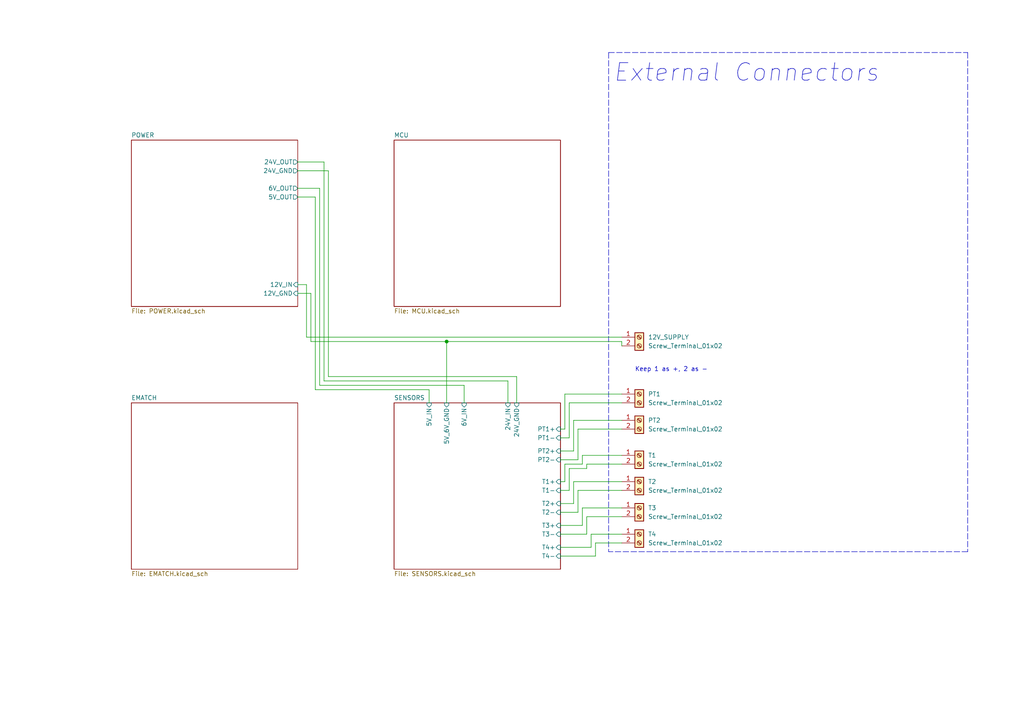
<source format=kicad_sch>
(kicad_sch (version 20211123) (generator eeschema)

  (uuid e056f631-bf57-4c4e-8ebf-23c862166e50)

  (paper "A4")

  (title_block
    (rev "1.0")
  )

  (lib_symbols
    (symbol "Connector:Screw_Terminal_01x02" (pin_names (offset 1.016) hide) (in_bom yes) (on_board yes)
      (property "Reference" "J" (id 0) (at 0 2.54 0)
        (effects (font (size 1.27 1.27)))
      )
      (property "Value" "Screw_Terminal_01x02" (id 1) (at 0 -5.08 0)
        (effects (font (size 1.27 1.27)))
      )
      (property "Footprint" "" (id 2) (at 0 0 0)
        (effects (font (size 1.27 1.27)) hide)
      )
      (property "Datasheet" "~" (id 3) (at 0 0 0)
        (effects (font (size 1.27 1.27)) hide)
      )
      (property "ki_keywords" "screw terminal" (id 4) (at 0 0 0)
        (effects (font (size 1.27 1.27)) hide)
      )
      (property "ki_description" "Generic screw terminal, single row, 01x02, script generated (kicad-library-utils/schlib/autogen/connector/)" (id 5) (at 0 0 0)
        (effects (font (size 1.27 1.27)) hide)
      )
      (property "ki_fp_filters" "TerminalBlock*:*" (id 6) (at 0 0 0)
        (effects (font (size 1.27 1.27)) hide)
      )
      (symbol "Screw_Terminal_01x02_1_1"
        (rectangle (start -1.27 1.27) (end 1.27 -3.81)
          (stroke (width 0.254) (type default) (color 0 0 0 0))
          (fill (type background))
        )
        (circle (center 0 -2.54) (radius 0.635)
          (stroke (width 0.1524) (type default) (color 0 0 0 0))
          (fill (type none))
        )
        (polyline
          (pts
            (xy -0.5334 -2.2098)
            (xy 0.3302 -3.048)
          )
          (stroke (width 0.1524) (type default) (color 0 0 0 0))
          (fill (type none))
        )
        (polyline
          (pts
            (xy -0.5334 0.3302)
            (xy 0.3302 -0.508)
          )
          (stroke (width 0.1524) (type default) (color 0 0 0 0))
          (fill (type none))
        )
        (polyline
          (pts
            (xy -0.3556 -2.032)
            (xy 0.508 -2.8702)
          )
          (stroke (width 0.1524) (type default) (color 0 0 0 0))
          (fill (type none))
        )
        (polyline
          (pts
            (xy -0.3556 0.508)
            (xy 0.508 -0.3302)
          )
          (stroke (width 0.1524) (type default) (color 0 0 0 0))
          (fill (type none))
        )
        (circle (center 0 0) (radius 0.635)
          (stroke (width 0.1524) (type default) (color 0 0 0 0))
          (fill (type none))
        )
        (pin passive line (at -5.08 0 0) (length 3.81)
          (name "Pin_1" (effects (font (size 1.27 1.27))))
          (number "1" (effects (font (size 1.27 1.27))))
        )
        (pin passive line (at -5.08 -2.54 0) (length 3.81)
          (name "Pin_2" (effects (font (size 1.27 1.27))))
          (number "2" (effects (font (size 1.27 1.27))))
        )
      )
    )
  )

  (junction (at 129.54 99.06) (diameter 0) (color 0 0 0 0)
    (uuid fc848cc7-9b8e-4291-a675-55d23b72abe7)
  )

  (wire (pts (xy 147.32 110.49) (xy 93.98 110.49))
    (stroke (width 0) (type default) (color 0 0 0 0))
    (uuid 002631a0-c495-44c7-a115-93fdefc45529)
  )
  (wire (pts (xy 129.54 99.06) (xy 129.54 116.84))
    (stroke (width 0) (type default) (color 0 0 0 0))
    (uuid 0705aacb-94e9-49ac-b73b-7663778503e1)
  )
  (wire (pts (xy 172.72 157.48) (xy 180.34 157.48))
    (stroke (width 0) (type default) (color 0 0 0 0))
    (uuid 127adaf8-9d3d-430f-8bbe-b49ce063a27a)
  )
  (wire (pts (xy 166.37 121.92) (xy 166.37 130.81))
    (stroke (width 0) (type default) (color 0 0 0 0))
    (uuid 13ede771-7fe1-4588-8afd-c9d3e7c5fcdb)
  )
  (wire (pts (xy 91.44 113.03) (xy 124.46 113.03))
    (stroke (width 0) (type default) (color 0 0 0 0))
    (uuid 1bd6c5b6-b678-4f3e-a201-3800276810f9)
  )
  (wire (pts (xy 180.34 154.94) (xy 171.45 154.94))
    (stroke (width 0) (type default) (color 0 0 0 0))
    (uuid 1cacf75e-89fd-4c91-8203-88b23ced3e34)
  )
  (wire (pts (xy 165.1 116.84) (xy 165.1 127))
    (stroke (width 0) (type default) (color 0 0 0 0))
    (uuid 1f912b9d-0850-4688-8c53-85d5ded532ec)
  )
  (wire (pts (xy 92.71 111.76) (xy 92.71 54.61))
    (stroke (width 0) (type default) (color 0 0 0 0))
    (uuid 22e408d6-d227-4ba9-9013-5e73e4accbf7)
  )
  (wire (pts (xy 167.64 133.35) (xy 162.56 133.35))
    (stroke (width 0) (type default) (color 0 0 0 0))
    (uuid 251abd4c-1dc5-499b-af88-ec4525753dc4)
  )
  (wire (pts (xy 163.83 134.62) (xy 168.91 134.62))
    (stroke (width 0) (type default) (color 0 0 0 0))
    (uuid 2b72618f-d60a-4346-9886-b7c80a4285ad)
  )
  (wire (pts (xy 170.18 134.62) (xy 170.18 135.89))
    (stroke (width 0) (type default) (color 0 0 0 0))
    (uuid 2dba341c-2f84-45c8-a5c1-e97edab03d4d)
  )
  (wire (pts (xy 91.44 57.15) (xy 91.44 113.03))
    (stroke (width 0) (type default) (color 0 0 0 0))
    (uuid 2e665036-3b91-4900-8526-1ebff46ad07d)
  )
  (wire (pts (xy 165.1 127) (xy 162.56 127))
    (stroke (width 0) (type default) (color 0 0 0 0))
    (uuid 30de0e5e-c91d-442f-be1d-b3603e72bdb1)
  )
  (wire (pts (xy 180.34 134.62) (xy 170.18 134.62))
    (stroke (width 0) (type default) (color 0 0 0 0))
    (uuid 31765834-a943-4810-8798-017c61cf6540)
  )
  (wire (pts (xy 166.37 146.05) (xy 162.56 146.05))
    (stroke (width 0) (type default) (color 0 0 0 0))
    (uuid 317f1ccc-557a-4075-89b1-5b4f7d9f48c0)
  )
  (wire (pts (xy 180.34 97.79) (xy 88.9 97.79))
    (stroke (width 0) (type default) (color 0 0 0 0))
    (uuid 35faa5b5-3c76-4d15-87e0-670fc484f141)
  )
  (wire (pts (xy 163.83 114.3) (xy 163.83 124.46))
    (stroke (width 0) (type default) (color 0 0 0 0))
    (uuid 385a73c1-46bd-4b6e-ae2e-ab9619451baa)
  )
  (wire (pts (xy 165.1 142.24) (xy 162.56 142.24))
    (stroke (width 0) (type default) (color 0 0 0 0))
    (uuid 3af55f1e-b309-47b4-85df-61d729634ed9)
  )
  (wire (pts (xy 167.64 142.24) (xy 167.64 148.59))
    (stroke (width 0) (type default) (color 0 0 0 0))
    (uuid 3b357d15-2d17-4e6e-8c91-6c144704554c)
  )
  (wire (pts (xy 162.56 161.29) (xy 172.72 161.29))
    (stroke (width 0) (type default) (color 0 0 0 0))
    (uuid 3dd0a7e7-3edc-4460-b797-7e3dc9fc65d5)
  )
  (wire (pts (xy 134.62 111.76) (xy 92.71 111.76))
    (stroke (width 0) (type default) (color 0 0 0 0))
    (uuid 3e737123-0576-4675-95b9-27f7970f89a1)
  )
  (wire (pts (xy 149.86 109.22) (xy 149.86 116.84))
    (stroke (width 0) (type default) (color 0 0 0 0))
    (uuid 3e85b493-cd39-4da7-b284-fa85bdf3efe5)
  )
  (wire (pts (xy 91.44 57.15) (xy 86.36 57.15))
    (stroke (width 0) (type default) (color 0 0 0 0))
    (uuid 419ecfb8-75dc-49d2-9828-bc08ad69c03c)
  )
  (wire (pts (xy 167.64 124.46) (xy 167.64 133.35))
    (stroke (width 0) (type default) (color 0 0 0 0))
    (uuid 49eefa43-715c-4151-8836-cc579059b8ac)
  )
  (wire (pts (xy 90.17 85.09) (xy 90.17 99.06))
    (stroke (width 0) (type default) (color 0 0 0 0))
    (uuid 4a6572d3-acc4-4875-8734-fec1df640f07)
  )
  (polyline (pts (xy 176.53 15.24) (xy 176.53 160.02))
    (stroke (width 0) (type default) (color 0 0 0 0))
    (uuid 4c6bbbb4-9834-45cf-8aa1-ad652f741608)
  )

  (wire (pts (xy 180.34 124.46) (xy 167.64 124.46))
    (stroke (width 0) (type default) (color 0 0 0 0))
    (uuid 5213b73a-118e-430e-a624-7f2021b29fbb)
  )
  (wire (pts (xy 92.71 54.61) (xy 86.36 54.61))
    (stroke (width 0) (type default) (color 0 0 0 0))
    (uuid 5263e2c7-9843-44ab-8c27-b87308d50409)
  )
  (wire (pts (xy 95.25 109.22) (xy 149.86 109.22))
    (stroke (width 0) (type default) (color 0 0 0 0))
    (uuid 534e8b0d-2774-4cfc-9153-3db59c9e448a)
  )
  (wire (pts (xy 90.17 99.06) (xy 129.54 99.06))
    (stroke (width 0) (type default) (color 0 0 0 0))
    (uuid 64baa2d0-a89d-404b-a720-4ee76e4e6911)
  )
  (wire (pts (xy 180.34 116.84) (xy 165.1 116.84))
    (stroke (width 0) (type default) (color 0 0 0 0))
    (uuid 6751d259-fca3-419e-82e9-af0ce1712191)
  )
  (wire (pts (xy 180.34 142.24) (xy 167.64 142.24))
    (stroke (width 0) (type default) (color 0 0 0 0))
    (uuid 6aba1bb3-09aa-4733-ba80-af14e6a98b59)
  )
  (wire (pts (xy 124.46 113.03) (xy 124.46 116.84))
    (stroke (width 0) (type default) (color 0 0 0 0))
    (uuid 6dde54aa-0ad5-4297-a930-6a9fb50cfb04)
  )
  (wire (pts (xy 180.34 147.32) (xy 168.91 147.32))
    (stroke (width 0) (type default) (color 0 0 0 0))
    (uuid 717d1ae1-e2ed-42be-b790-ab10a3a0fcf2)
  )
  (wire (pts (xy 180.34 121.92) (xy 166.37 121.92))
    (stroke (width 0) (type default) (color 0 0 0 0))
    (uuid 7f5522be-f6e9-4fbc-b530-b874eef2f056)
  )
  (wire (pts (xy 166.37 130.81) (xy 162.56 130.81))
    (stroke (width 0) (type default) (color 0 0 0 0))
    (uuid 868ae2ef-a2ae-46c2-9db3-4e9d1aa82047)
  )
  (wire (pts (xy 134.62 116.84) (xy 134.62 111.76))
    (stroke (width 0) (type default) (color 0 0 0 0))
    (uuid 8c8a1ca0-7aa6-486f-a186-be2c500ce06e)
  )
  (wire (pts (xy 166.37 139.7) (xy 166.37 146.05))
    (stroke (width 0) (type default) (color 0 0 0 0))
    (uuid 8e431f0e-36da-45d7-aed9-82eb7e194897)
  )
  (wire (pts (xy 88.9 97.79) (xy 88.9 82.55))
    (stroke (width 0) (type default) (color 0 0 0 0))
    (uuid 92d82cd2-c993-4a60-b1b3-6e751ca6fc42)
  )
  (wire (pts (xy 163.83 124.46) (xy 162.56 124.46))
    (stroke (width 0) (type default) (color 0 0 0 0))
    (uuid 934bd9d4-73d5-42ac-8784-ef89735243c7)
  )
  (wire (pts (xy 129.54 99.06) (xy 180.34 99.06))
    (stroke (width 0) (type default) (color 0 0 0 0))
    (uuid 98cfebf0-b0e2-4b11-832b-579a0fdebf70)
  )
  (wire (pts (xy 168.91 132.08) (xy 180.34 132.08))
    (stroke (width 0) (type default) (color 0 0 0 0))
    (uuid 9a154a8d-8b82-4714-9b40-011b2e94395a)
  )
  (wire (pts (xy 147.32 116.84) (xy 147.32 110.49))
    (stroke (width 0) (type default) (color 0 0 0 0))
    (uuid 9bb30314-9999-4704-89a4-d3ccf009458f)
  )
  (wire (pts (xy 180.34 99.06) (xy 180.34 100.33))
    (stroke (width 0) (type default) (color 0 0 0 0))
    (uuid a5f47e1a-7504-4a50-8ddb-1e0b13e8169c)
  )
  (wire (pts (xy 168.91 134.62) (xy 168.91 132.08))
    (stroke (width 0) (type default) (color 0 0 0 0))
    (uuid ae1fbcae-e3c2-4194-876f-2c5a804785e1)
  )
  (wire (pts (xy 163.83 139.7) (xy 163.83 134.62))
    (stroke (width 0) (type default) (color 0 0 0 0))
    (uuid b27a795c-d2b4-4dce-83f9-c06564d5a206)
  )
  (wire (pts (xy 168.91 147.32) (xy 168.91 152.4))
    (stroke (width 0) (type default) (color 0 0 0 0))
    (uuid b8a63c46-53de-412e-b32b-be0869ab525f)
  )
  (wire (pts (xy 171.45 158.75) (xy 162.56 158.75))
    (stroke (width 0) (type default) (color 0 0 0 0))
    (uuid be6e59f4-e4c1-4ebe-95b8-e854b5e3c46a)
  )
  (polyline (pts (xy 280.67 160.02) (xy 176.53 160.02))
    (stroke (width 0) (type default) (color 0 0 0 0))
    (uuid c4fe2f17-8791-47ce-8926-4a3d269a14dc)
  )

  (wire (pts (xy 93.98 46.99) (xy 86.36 46.99))
    (stroke (width 0) (type default) (color 0 0 0 0))
    (uuid c9784c7e-8b47-4152-928e-e1360adffcbd)
  )
  (wire (pts (xy 93.98 110.49) (xy 93.98 46.99))
    (stroke (width 0) (type default) (color 0 0 0 0))
    (uuid c9df4999-d9f6-4897-b10a-bd3ea6198f13)
  )
  (polyline (pts (xy 280.67 15.24) (xy 280.67 160.02))
    (stroke (width 0) (type default) (color 0 0 0 0))
    (uuid cbb118e8-3cd5-4d02-b07d-86ad25b4a12f)
  )

  (wire (pts (xy 163.83 139.7) (xy 162.56 139.7))
    (stroke (width 0) (type default) (color 0 0 0 0))
    (uuid ce423006-f4ec-417a-9363-1a5bc81c0e88)
  )
  (wire (pts (xy 95.25 49.53) (xy 95.25 109.22))
    (stroke (width 0) (type default) (color 0 0 0 0))
    (uuid cf5b6efd-01cc-4cec-b978-69f912ad509c)
  )
  (wire (pts (xy 180.34 149.86) (xy 170.18 149.86))
    (stroke (width 0) (type default) (color 0 0 0 0))
    (uuid d7c07ba4-5623-4135-9ccd-07c85e71aee2)
  )
  (wire (pts (xy 170.18 154.94) (xy 162.56 154.94))
    (stroke (width 0) (type default) (color 0 0 0 0))
    (uuid d7f27366-60c4-46e6-8770-496767b9b301)
  )
  (wire (pts (xy 88.9 82.55) (xy 86.36 82.55))
    (stroke (width 0) (type default) (color 0 0 0 0))
    (uuid dbb5f496-88af-4158-ac34-fd6db79b1681)
  )
  (wire (pts (xy 86.36 49.53) (xy 95.25 49.53))
    (stroke (width 0) (type default) (color 0 0 0 0))
    (uuid dfaaac7a-4277-4f73-9686-257fc7b3b530)
  )
  (polyline (pts (xy 176.53 15.24) (xy 280.67 15.24))
    (stroke (width 0) (type default) (color 0 0 0 0))
    (uuid e1cecc08-eaa0-4f02-9e80-68d1c8f7580b)
  )

  (wire (pts (xy 167.64 148.59) (xy 162.56 148.59))
    (stroke (width 0) (type default) (color 0 0 0 0))
    (uuid e27518f9-9e5a-436e-9f71-bf853b8ecc96)
  )
  (wire (pts (xy 168.91 152.4) (xy 162.56 152.4))
    (stroke (width 0) (type default) (color 0 0 0 0))
    (uuid e6286c3a-134f-4731-9c1b-05ee4f7127d3)
  )
  (wire (pts (xy 170.18 149.86) (xy 170.18 154.94))
    (stroke (width 0) (type default) (color 0 0 0 0))
    (uuid ea8efef6-9e4f-4065-84f2-d48ee1f57dda)
  )
  (wire (pts (xy 180.34 139.7) (xy 166.37 139.7))
    (stroke (width 0) (type default) (color 0 0 0 0))
    (uuid eb7d7e1a-cc65-4de9-a52e-b72dd500dec1)
  )
  (wire (pts (xy 180.34 114.3) (xy 163.83 114.3))
    (stroke (width 0) (type default) (color 0 0 0 0))
    (uuid f1684a97-cd39-4423-8df4-37289b87fd76)
  )
  (wire (pts (xy 170.18 135.89) (xy 165.1 135.89))
    (stroke (width 0) (type default) (color 0 0 0 0))
    (uuid f2990a18-5247-4673-8836-7ee3d7d5b4a3)
  )
  (wire (pts (xy 172.72 161.29) (xy 172.72 157.48))
    (stroke (width 0) (type default) (color 0 0 0 0))
    (uuid f5cbc22a-1d76-4137-863f-6804633ef2f6)
  )
  (wire (pts (xy 165.1 135.89) (xy 165.1 142.24))
    (stroke (width 0) (type default) (color 0 0 0 0))
    (uuid fc34785d-81ad-4d69-9e0e-cee99d83eea0)
  )
  (wire (pts (xy 171.45 154.94) (xy 171.45 158.75))
    (stroke (width 0) (type default) (color 0 0 0 0))
    (uuid feabc58a-0be6-46a4-969b-833d7fd1e23a)
  )
  (wire (pts (xy 86.36 85.09) (xy 90.17 85.09))
    (stroke (width 0) (type default) (color 0 0 0 0))
    (uuid ffd881b1-8416-4b24-97cd-4014dcd19013)
  )

  (text "External Connectors" (at 177.8 24.13 0)
    (effects (font (size 5.08 5.08) italic) (justify left bottom))
    (uuid 026d1260-4ed2-4174-9a35-709303b0e1d8)
  )
  (text "Keep 1 as +, 2 as -" (at 184.15 107.95 0)
    (effects (font (size 1.27 1.27)) (justify left bottom))
    (uuid 517f42df-d20d-419a-9a70-bc0767dd5af4)
  )

  (symbol (lib_id "Connector:Screw_Terminal_01x02") (at 185.42 139.7 0) (unit 1)
    (in_bom yes) (on_board yes) (fields_autoplaced)
    (uuid 51e989ee-111e-41c7-a096-33ffa10efc1b)
    (property "Reference" "T2" (id 0) (at 187.96 139.6999 0)
      (effects (font (size 1.27 1.27)) (justify left))
    )
    (property "Value" "Screw_Terminal_01x02" (id 1) (at 187.96 142.2399 0)
      (effects (font (size 1.27 1.27)) (justify left))
    )
    (property "Footprint" "" (id 2) (at 185.42 139.7 0)
      (effects (font (size 1.27 1.27)) hide)
    )
    (property "Datasheet" "~" (id 3) (at 185.42 139.7 0)
      (effects (font (size 1.27 1.27)) hide)
    )
    (pin "1" (uuid 70adf13e-e305-4210-9bfb-75c4cf5288e0))
    (pin "2" (uuid 4f41d428-a971-4e2a-b8fa-b2ecb88598f8))
  )

  (symbol (lib_id "Connector:Screw_Terminal_01x02") (at 185.42 114.3 0) (unit 1)
    (in_bom yes) (on_board yes) (fields_autoplaced)
    (uuid 6f009f21-94af-4b4f-98cf-993961677561)
    (property "Reference" "PT1" (id 0) (at 187.96 114.2999 0)
      (effects (font (size 1.27 1.27)) (justify left))
    )
    (property "Value" "Screw_Terminal_01x02" (id 1) (at 187.96 116.8399 0)
      (effects (font (size 1.27 1.27)) (justify left))
    )
    (property "Footprint" "" (id 2) (at 185.42 114.3 0)
      (effects (font (size 1.27 1.27)) hide)
    )
    (property "Datasheet" "~" (id 3) (at 185.42 114.3 0)
      (effects (font (size 1.27 1.27)) hide)
    )
    (pin "1" (uuid 3adf8b64-b6a6-4b3e-aaee-3e381acade0e))
    (pin "2" (uuid 4e1e0f35-2f10-44dd-8e44-66b94e84dcf4))
  )

  (symbol (lib_id "Connector:Screw_Terminal_01x02") (at 185.42 154.94 0) (unit 1)
    (in_bom yes) (on_board yes) (fields_autoplaced)
    (uuid bd87de09-9e9e-45eb-8561-5c7711c34041)
    (property "Reference" "T4" (id 0) (at 187.96 154.9399 0)
      (effects (font (size 1.27 1.27)) (justify left))
    )
    (property "Value" "Screw_Terminal_01x02" (id 1) (at 187.96 157.4799 0)
      (effects (font (size 1.27 1.27)) (justify left))
    )
    (property "Footprint" "" (id 2) (at 185.42 154.94 0)
      (effects (font (size 1.27 1.27)) hide)
    )
    (property "Datasheet" "~" (id 3) (at 185.42 154.94 0)
      (effects (font (size 1.27 1.27)) hide)
    )
    (pin "1" (uuid d0edb434-1c23-490b-8d79-b1555b72c7ad))
    (pin "2" (uuid 07c31351-aae0-4186-b5ec-d60dc750351b))
  )

  (symbol (lib_id "Connector:Screw_Terminal_01x02") (at 185.42 121.92 0) (unit 1)
    (in_bom yes) (on_board yes) (fields_autoplaced)
    (uuid dd1c00dd-197a-40d3-b588-931a28d6da40)
    (property "Reference" "PT2" (id 0) (at 187.96 121.9199 0)
      (effects (font (size 1.27 1.27)) (justify left))
    )
    (property "Value" "Screw_Terminal_01x02" (id 1) (at 187.96 124.4599 0)
      (effects (font (size 1.27 1.27)) (justify left))
    )
    (property "Footprint" "" (id 2) (at 185.42 121.92 0)
      (effects (font (size 1.27 1.27)) hide)
    )
    (property "Datasheet" "~" (id 3) (at 185.42 121.92 0)
      (effects (font (size 1.27 1.27)) hide)
    )
    (pin "1" (uuid fc1118ae-0507-435e-9e81-cfd955c32d5c))
    (pin "2" (uuid 8703212e-7de7-441b-9170-dda6e3bdb358))
  )

  (symbol (lib_id "Connector:Screw_Terminal_01x02") (at 185.42 132.08 0) (unit 1)
    (in_bom yes) (on_board yes) (fields_autoplaced)
    (uuid ec4c0809-2a2b-4f90-bc65-f8403cef0dff)
    (property "Reference" "T1" (id 0) (at 187.96 132.0799 0)
      (effects (font (size 1.27 1.27)) (justify left))
    )
    (property "Value" "Screw_Terminal_01x02" (id 1) (at 187.96 134.6199 0)
      (effects (font (size 1.27 1.27)) (justify left))
    )
    (property "Footprint" "" (id 2) (at 185.42 132.08 0)
      (effects (font (size 1.27 1.27)) hide)
    )
    (property "Datasheet" "~" (id 3) (at 185.42 132.08 0)
      (effects (font (size 1.27 1.27)) hide)
    )
    (pin "1" (uuid 7c0d10e4-70f7-438b-b796-d1e6986c1e8f))
    (pin "2" (uuid 2dfe547b-4322-4855-8e19-b9b803a8bef3))
  )

  (symbol (lib_id "Connector:Screw_Terminal_01x02") (at 185.42 147.32 0) (unit 1)
    (in_bom yes) (on_board yes) (fields_autoplaced)
    (uuid ecf42fb1-5626-40c3-a881-bc5b3bc61ae2)
    (property "Reference" "T3" (id 0) (at 187.96 147.3199 0)
      (effects (font (size 1.27 1.27)) (justify left))
    )
    (property "Value" "Screw_Terminal_01x02" (id 1) (at 187.96 149.8599 0)
      (effects (font (size 1.27 1.27)) (justify left))
    )
    (property "Footprint" "" (id 2) (at 185.42 147.32 0)
      (effects (font (size 1.27 1.27)) hide)
    )
    (property "Datasheet" "~" (id 3) (at 185.42 147.32 0)
      (effects (font (size 1.27 1.27)) hide)
    )
    (pin "1" (uuid 73625541-3301-44b7-b543-465cc7bb595a))
    (pin "2" (uuid 560145f8-1b25-4ce8-be6e-41efafce5a86))
  )

  (symbol (lib_id "Connector:Screw_Terminal_01x02") (at 185.42 97.79 0) (unit 1)
    (in_bom yes) (on_board yes) (fields_autoplaced)
    (uuid f56e1c65-c314-4ade-b60f-3fc572068140)
    (property "Reference" "12V_SUPPLY" (id 0) (at 187.96 97.7899 0)
      (effects (font (size 1.27 1.27)) (justify left))
    )
    (property "Value" "Screw_Terminal_01x02" (id 1) (at 187.96 100.3299 0)
      (effects (font (size 1.27 1.27)) (justify left))
    )
    (property "Footprint" "" (id 2) (at 185.42 97.79 0)
      (effects (font (size 1.27 1.27)) hide)
    )
    (property "Datasheet" "~" (id 3) (at 185.42 97.79 0)
      (effects (font (size 1.27 1.27)) hide)
    )
    (pin "1" (uuid 902a3972-ec5e-47b7-beae-7709d32bb652))
    (pin "2" (uuid faee0360-d53f-4d92-8c5e-7aa02d11d644))
  )

  (sheet (at 38.1 40.64) (size 48.26 48.26) (fields_autoplaced)
    (stroke (width 0.1524) (type solid) (color 0 0 0 0))
    (fill (color 0 0 0 0.0000))
    (uuid 1af13cae-ec5d-4d66-9fb1-c7516aeab42e)
    (property "Sheet name" "POWER" (id 0) (at 38.1 39.9284 0)
      (effects (font (size 1.27 1.27)) (justify left bottom))
    )
    (property "Sheet file" "POWER.kicad_sch" (id 1) (at 38.1 89.4846 0)
      (effects (font (size 1.27 1.27)) (justify left top))
    )
    (pin "12V_IN" input (at 86.36 82.55 0)
      (effects (font (size 1.27 1.27)) (justify right))
      (uuid 66cf023c-83cf-40d4-915a-cfd964721034)
    )
    (pin "12V_GND" input (at 86.36 85.09 0)
      (effects (font (size 1.27 1.27)) (justify right))
      (uuid 7dc1c3be-fb27-4cc7-bad9-848d978b7a61)
    )
    (pin "24V_OUT" output (at 86.36 46.99 0)
      (effects (font (size 1.27 1.27)) (justify right))
      (uuid bfb8b979-e65e-46ae-b633-d48cc467a96d)
    )
    (pin "6V_OUT" output (at 86.36 54.61 0)
      (effects (font (size 1.27 1.27)) (justify right))
      (uuid 0b7f3715-10d7-4217-955d-3b91ac7e5512)
    )
    (pin "24V_GND" output (at 86.36 49.53 0)
      (effects (font (size 1.27 1.27)) (justify right))
      (uuid 3ccaebd7-43db-41b1-b435-7e6426767bd6)
    )
    (pin "5V_OUT" output (at 86.36 57.15 0)
      (effects (font (size 1.27 1.27)) (justify right))
      (uuid 4e858fea-397c-49d5-9171-6ef2244a8c52)
    )
  )

  (sheet (at 114.3 40.64) (size 48.26 48.26) (fields_autoplaced)
    (stroke (width 0.1524) (type solid) (color 0 0 0 0))
    (fill (color 0 0 0 0.0000))
    (uuid 2302bb24-c85e-4a1a-876c-89f12c78bf40)
    (property "Sheet name" "MCU" (id 0) (at 114.3 39.9284 0)
      (effects (font (size 1.27 1.27)) (justify left bottom))
    )
    (property "Sheet file" "MCU.kicad_sch" (id 1) (at 114.3 89.4846 0)
      (effects (font (size 1.27 1.27)) (justify left top))
    )
  )

  (sheet (at 114.3 116.84) (size 48.26 48.26) (fields_autoplaced)
    (stroke (width 0.1524) (type solid) (color 0 0 0 0))
    (fill (color 0 0 0 0.0000))
    (uuid 78acf017-dde0-4a3e-8e22-7969559f72fa)
    (property "Sheet name" "SENSORS" (id 0) (at 114.3 116.1284 0)
      (effects (font (size 1.27 1.27)) (justify left bottom))
    )
    (property "Sheet file" "SENSORS.kicad_sch" (id 1) (at 114.3 165.6846 0)
      (effects (font (size 1.27 1.27)) (justify left top))
    )
    (pin "PT1+" input (at 162.56 124.46 0)
      (effects (font (size 1.27 1.27)) (justify right))
      (uuid 04631ec0-f95e-41d5-a148-7923dad10b18)
    )
    (pin "PT1-" input (at 162.56 127 0)
      (effects (font (size 1.27 1.27)) (justify right))
      (uuid e879a683-f5d7-4743-9c70-de938c6aadd2)
    )
    (pin "T2+" input (at 162.56 146.05 0)
      (effects (font (size 1.27 1.27)) (justify right))
      (uuid 407f45e6-ac79-47e1-a5cd-a80087663762)
    )
    (pin "T1-" input (at 162.56 142.24 0)
      (effects (font (size 1.27 1.27)) (justify right))
      (uuid b7e9fcf3-f6f4-433c-9292-a7263122dd9a)
    )
    (pin "T1+" input (at 162.56 139.7 0)
      (effects (font (size 1.27 1.27)) (justify right))
      (uuid 56633f8c-52ad-45d7-937d-96f586e3e759)
    )
    (pin "T4-" input (at 162.56 161.29 0)
      (effects (font (size 1.27 1.27)) (justify right))
      (uuid b77b05c9-32ca-47ff-a7c0-1e22aafe08d9)
    )
    (pin "T2-" input (at 162.56 148.59 0)
      (effects (font (size 1.27 1.27)) (justify right))
      (uuid e360e1e3-c8f2-4dde-8fd7-e47687cccefb)
    )
    (pin "T4+" input (at 162.56 158.75 0)
      (effects (font (size 1.27 1.27)) (justify right))
      (uuid 84268cc7-a886-47c0-ab62-b9a2d42e37db)
    )
    (pin "T3+" input (at 162.56 152.4 0)
      (effects (font (size 1.27 1.27)) (justify right))
      (uuid d23ed223-4bc9-4d4e-b16f-eb437a05a4bd)
    )
    (pin "T3-" input (at 162.56 154.94 0)
      (effects (font (size 1.27 1.27)) (justify right))
      (uuid a3929ed2-40a1-4e4e-a5e8-6a5f7878b4ed)
    )
    (pin "5V_IN" input (at 124.46 116.84 90)
      (effects (font (size 1.27 1.27)) (justify right))
      (uuid e546e692-ab22-4f26-ae81-b933d6bc1872)
    )
    (pin "24V_GND" input (at 149.86 116.84 90)
      (effects (font (size 1.27 1.27)) (justify right))
      (uuid c3f31e63-fe22-4f46-a315-570f6c74ab96)
    )
    (pin "6V_IN" input (at 134.62 116.84 90)
      (effects (font (size 1.27 1.27)) (justify right))
      (uuid 5a762fca-fd50-4a69-9620-7330ff38ffff)
    )
    (pin "24V_IN" input (at 147.32 116.84 90)
      (effects (font (size 1.27 1.27)) (justify right))
      (uuid a7ee5ee2-8ab2-4a54-83c1-403d7c871e90)
    )
    (pin "PT2+" input (at 162.56 130.81 0)
      (effects (font (size 1.27 1.27)) (justify right))
      (uuid 19894e6a-12e2-403d-b04a-6542fa849727)
    )
    (pin "PT2-" input (at 162.56 133.35 0)
      (effects (font (size 1.27 1.27)) (justify right))
      (uuid c1f9237b-0cc3-43d1-aaad-62b622aa468e)
    )
    (pin "5V_6V_GND" input (at 129.54 116.84 90)
      (effects (font (size 1.27 1.27)) (justify right))
      (uuid f8185007-8357-4ba5-b3db-8d909b13583e)
    )
  )

  (sheet (at 38.1 116.84) (size 48.26 48.26) (fields_autoplaced)
    (stroke (width 0.1524) (type solid) (color 0 0 0 0))
    (fill (color 0 0 0 0.0000))
    (uuid f9bdb59c-61b7-4dbb-b9c2-44d1d00dcd93)
    (property "Sheet name" "EMATCH" (id 0) (at 38.1 116.1284 0)
      (effects (font (size 1.27 1.27)) (justify left bottom))
    )
    (property "Sheet file" "EMATCH.kicad_sch" (id 1) (at 38.1 165.6846 0)
      (effects (font (size 1.27 1.27)) (justify left top))
    )
  )

  (sheet_instances
    (path "/" (page "1"))
    (path "/2302bb24-c85e-4a1a-876c-89f12c78bf40" (page "2"))
    (path "/1af13cae-ec5d-4d66-9fb1-c7516aeab42e/a8b23035-5c1f-4e59-b87f-a42e4aa15a76" (page "3"))
    (path "/78acf017-dde0-4a3e-8e22-7969559f72fa" (page "3"))
    (path "/1af13cae-ec5d-4d66-9fb1-c7516aeab42e" (page "6"))
    (path "/f9bdb59c-61b7-4dbb-b9c2-44d1d00dcd93" (page "7"))
  )

  (symbol_instances
    (path "/78acf017-dde0-4a3e-8e22-7969559f72fa/1428cca3-9d68-4f64-862f-bef041b7f0ca"
      (reference "#PWR?") (unit 1) (value "GND") (footprint "")
    )
    (path "/78acf017-dde0-4a3e-8e22-7969559f72fa/3b79cff5-a070-421f-bc2e-778a293aa474"
      (reference "#PWR?") (unit 1) (value "+3V3") (footprint "")
    )
    (path "/78acf017-dde0-4a3e-8e22-7969559f72fa/3d84cbbc-debd-4073-bf03-c36f8bb4c055"
      (reference "#PWR?") (unit 1) (value "+3V3") (footprint "")
    )
    (path "/78acf017-dde0-4a3e-8e22-7969559f72fa/41abf8e7-daab-4208-a813-9a4c1a7cf859"
      (reference "#PWR?") (unit 1) (value "+5V") (footprint "")
    )
    (path "/78acf017-dde0-4a3e-8e22-7969559f72fa/4a21ac05-adb9-4050-9eee-1e75b1931478"
      (reference "#PWR?") (unit 1) (value "GND") (footprint "")
    )
    (path "/78acf017-dde0-4a3e-8e22-7969559f72fa/69e78915-b786-4cee-a8df-8a6fbf76e747"
      (reference "#PWR?") (unit 1) (value "+3V3") (footprint "")
    )
    (path "/78acf017-dde0-4a3e-8e22-7969559f72fa/6e1ff213-60c1-4752-b66a-584e7c8e568e"
      (reference "#PWR?") (unit 1) (value "+3V3") (footprint "")
    )
    (path "/78acf017-dde0-4a3e-8e22-7969559f72fa/88e7474d-10f0-48b5-9f73-98445d9105c3"
      (reference "#PWR?") (unit 1) (value "GND") (footprint "")
    )
    (path "/78acf017-dde0-4a3e-8e22-7969559f72fa/a7f1474e-cea5-49c1-a123-2ff8a6dd5d3b"
      (reference "#PWR?") (unit 1) (value "+3V3") (footprint "")
    )
    (path "/78acf017-dde0-4a3e-8e22-7969559f72fa/aa9d33f6-0ee6-49cf-8926-34d178d485fd"
      (reference "#PWR?") (unit 1) (value "+3V3") (footprint "")
    )
    (path "/78acf017-dde0-4a3e-8e22-7969559f72fa/c4897440-9194-423f-97bd-4c7acca98f45"
      (reference "#PWR?") (unit 1) (value "GND") (footprint "")
    )
    (path "/78acf017-dde0-4a3e-8e22-7969559f72fa/c84e477c-ce6e-4f28-b41e-c6939ca638ac"
      (reference "#PWR?") (unit 1) (value "GND") (footprint "")
    )
    (path "/78acf017-dde0-4a3e-8e22-7969559f72fa/ecfdcc0e-4c88-477b-972e-0e51905b5399"
      (reference "#PWR?") (unit 1) (value "+3V3") (footprint "")
    )
    (path "/1af13cae-ec5d-4d66-9fb1-c7516aeab42e/61628f98-4c54-4d31-a20a-0094c7a85563"
      (reference "5V") (unit 1) (value "TLE42694GXUMA2") (footprint "")
    )
    (path "/1af13cae-ec5d-4d66-9fb1-c7516aeab42e/da53deca-db83-44d1-8e1b-b6e8fc9ca1be"
      (reference "6V") (unit 1) (value "RAA230153GSB#HA0") (footprint "")
    )
    (path "/f56e1c65-c314-4ade-b60f-3fc572068140"
      (reference "12V_SUPPLY") (unit 1) (value "Screw_Terminal_01x02") (footprint "")
    )
    (path "/78acf017-dde0-4a3e-8e22-7969559f72fa/3f7ebb9b-c6f3-4a36-9217-9625c11c6ae7"
      (reference "C1") (unit 1) (value "10uF") (footprint "")
    )
    (path "/78acf017-dde0-4a3e-8e22-7969559f72fa/937c686d-b49b-4b72-a32d-7bc42833a95a"
      (reference "C2") (unit 1) (value "10uF") (footprint "")
    )
    (path "/78acf017-dde0-4a3e-8e22-7969559f72fa/ed504852-96db-4dcc-8d4c-04aebd407e36"
      (reference "C3") (unit 1) (value ".01uF") (footprint "")
    )
    (path "/78acf017-dde0-4a3e-8e22-7969559f72fa/0e7ebff7-bce5-40c3-b0ee-d9227b281fcb"
      (reference "D1") (unit 1) (value "D1N4148") (footprint "")
    )
    (path "/78acf017-dde0-4a3e-8e22-7969559f72fa/f17f050d-7705-48c6-8cc4-0737e36a8449"
      (reference "D2") (unit 1) (value "D1N4148") (footprint "")
    )
    (path "/78acf017-dde0-4a3e-8e22-7969559f72fa/0c296846-2be2-4db9-ae10-565d693386cb"
      (reference "FB1") (unit 1) (value "FerriteBead_Small") (footprint "")
    )
    (path "/78acf017-dde0-4a3e-8e22-7969559f72fa/6fc7e562-01f1-4efc-9660-03e2662c8213"
      (reference "FB2") (unit 1) (value "FerriteBead_Small") (footprint "")
    )
    (path "/78acf017-dde0-4a3e-8e22-7969559f72fa/5058a5a7-8887-427e-9ac3-8710d442d28d"
      (reference "IC1") (unit 1) (value "MAX31855KASA") (footprint "Package_SO:SOIC-8_3.9x4.9mm_P1.27mm")
    )
    (path "/6f009f21-94af-4b4f-98cf-993961677561"
      (reference "PT1") (unit 1) (value "Screw_Terminal_01x02") (footprint "")
    )
    (path "/dd1c00dd-197a-40d3-b588-931a28d6da40"
      (reference "PT2") (unit 1) (value "Screw_Terminal_01x02") (footprint "")
    )
    (path "/78acf017-dde0-4a3e-8e22-7969559f72fa/fe0aeb17-0d25-4cf6-8b15-8f8606ff61ac"
      (reference "R1") (unit 1) (value "10K") (footprint "")
    )
    (path "/78acf017-dde0-4a3e-8e22-7969559f72fa/7c54b18e-8585-47bb-84ee-86f2c56807df"
      (reference "R2") (unit 1) (value "10K") (footprint "")
    )
    (path "/ec4c0809-2a2b-4f90-bc65-f8403cef0dff"
      (reference "T1") (unit 1) (value "Screw_Terminal_01x02") (footprint "")
    )
    (path "/51e989ee-111e-41c7-a096-33ffa10efc1b"
      (reference "T2") (unit 1) (value "Screw_Terminal_01x02") (footprint "")
    )
    (path "/ecf42fb1-5626-40c3-a881-bc5b3bc61ae2"
      (reference "T3") (unit 1) (value "Screw_Terminal_01x02") (footprint "")
    )
    (path "/bd87de09-9e9e-45eb-8561-5c7711c34041"
      (reference "T4") (unit 1) (value "Screw_Terminal_01x02") (footprint "")
    )
    (path "/2302bb24-c85e-4a1a-876c-89f12c78bf40/ccc3b680-1847-4d48-b7ce-a91fc200de94"
      (reference "U1") (unit 1) (value "Teensy4.1") (footprint "")
    )
    (path "/1af13cae-ec5d-4d66-9fb1-c7516aeab42e/a8b23035-5c1f-4e59-b87f-a42e4aa15a76/461c34f2-f05e-402d-91a6-c012ecb09963"
      (reference "V?") (unit 1) (value "U3V50F24_BB") (footprint "")
    )
  )
)

</source>
